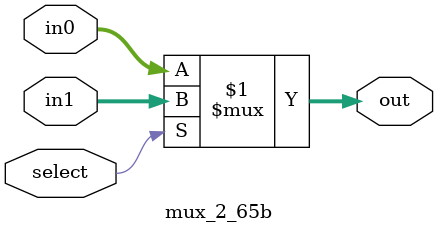
<source format=v>
module mux_2_65b(out, select, in0, in1);
    input select;
    input [64:0] in0, in1;
    output [64:0] out;
    assign out = select ? in1 : in0;
endmodule
</source>
